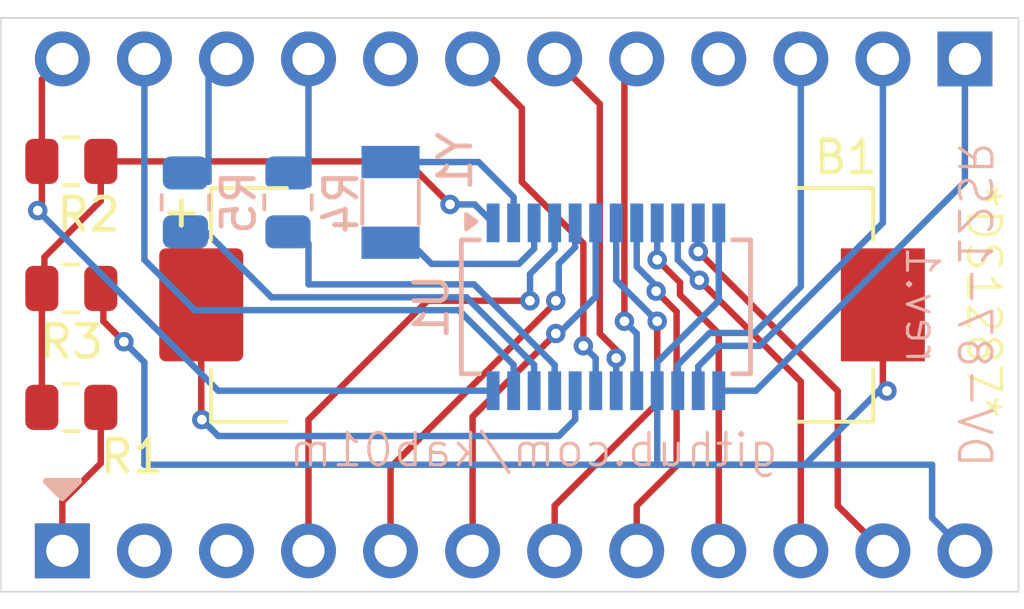
<source format=kicad_pcb>
(kicad_pcb (version 20240108) (generator "pcbnew") (generator_version "8.0")
  (layers (0 "F.Cu" signal) (31 "B.Cu" signal) (34 "B.Paste" user) (35 "F.Paste" user) (36 "B.SilkS" user "B.Silkscreen") (37 "F.SilkS" user "F.Silkscreen") (38 "B.Mask" user) (39 "F.Mask" user) (44 "Edge.Cuts" user))
  (net 0 "")
  (net 1 "Net-(J1-Pin_11)")
  (net 3 "Net-(J1-Pin_8)")
  (net 4 "Net-(B1--)")
  (net 5 "Net-(J1-Pin_7)")
  (net 7 "Net-(J1-Pin_4)")
  (net 8 "Net-(J1-Pin_6)")
  (net 9 "Net-(J1-Pin_10)")
  (net 10 "Net-(J1-Pin_9)")
  (net 11 "Net-(J1-Pin_1)")
  (net 12 "Net-(J1-Pin_5)")
  (net 13 "Net-(J2-Pin_9)")
  (net 14 "Net-(J2-Pin_5)")
  (net 15 "Net-(J2-Pin_6)")
  (net 18 "Net-(J2-Pin_1)")
  (net 19 "Net-(J2-Pin_3)")
  (net 20 "Net-(J2-Pin_11)")
  (net 21 "Net-(J2-Pin_2)")
  (net 22 "Net-(J2-Pin_10)")
  (net 23 "Net-(J2-Pin_7)")
  (net 24 "Net-(J2-Pin_12)")
  (net 25 "Net-(U1-MOT)")
  (net 26 "Net-(U1-~{RCLR})")
  (net 27 "Net-(U1-NC)")
  (net 28 "Net-(U1-X2)")
  (net 29 "Net-(B1-+)")
  (net 30 "Net-(U1-X1)")
  (footprint "DV-87-12SR:BatteryHolder_Renata_SMTU1225-LF_1x1225" (layer "F.Cu") (at 167.25 83.82)
    (property "Reference" "B1" (at 9.407 -4.572 0) (layer "F.SilkS"))
    (property "Value" "Battery_Cell" (hide yes))
    (fp_line (start -10.25 -3.62) (end -7.9 -3.62) (stroke (width 0.12)) (layer "F.SilkS"))
    (fp_line (start -10.25 -2.01) (end -10.25 -3.62) (stroke (width 0.12)) (layer "F.SilkS"))
    (fp_line (start -10.25 3.62) (end -10.25 2.01) (stroke (width 0.12)) (layer "F.SilkS"))
    (fp_line (start -7.9 3.62) (end -10.25 3.62) (stroke (width 0.12)) (layer "F.SilkS"))
    (fp_line (start 7.9 -3.62) (end 10.25 -3.62) (stroke (width 0.12)) (layer "F.SilkS"))
    (fp_line (start 10.25 -3.62) (end 10.25 -2.01) (stroke (width 0.12)) (layer "F.SilkS"))
    (fp_line (start 10.25 2.01) (end 10.25 3.62) (stroke (width 0.12)) (layer "F.SilkS"))
    (fp_line (start 10.25 3.62) (end 7.9 3.62) (stroke (width 0.12)) (layer "F.SilkS"))
    (fp_text user "+" (at -11.167 -2.921 0) (layer "F.SilkS"))
    (pad "1" smd roundrect (at -10.55 0) (size 2.6 3.5) (layers "F.Cu" "F.Paste" "F.Mask") (roundrect_rratio 0.07692307692) (net 29 "Net-(B1-+)"))
    (pad "2" smd rect (at 10.55 0) (size 2.6 3.5) (layers "F.Cu" "F.Paste" "F.Mask") (net 4 "Net-(B1--)"))
  )
  (footprint "Resistor_SMD:R_0805_2012Metric" (layer "F.Cu") (at 152.6775 83.312 180)
    (property "Reference" "R3" (at 0 -1.65 180) (layer "F.SilkS"))
    (property "Value" "10K" (hide yes))
    (fp_line (start -0.227064 0.735) (end 0.227064 0.735) (stroke (width 0.12)) (layer "F.SilkS"))
    (fp_line (start -0.227064 -0.735) (end 0.227064 -0.735) (stroke (width 0.12)) (layer "F.SilkS"))
    (pad "1" smd roundrect (at -0.9125 0 180) (size 1.025 1.4) (layers "F.Cu" "F.Paste" "F.Mask") (roundrect_rratio 0.243902) (net 4 "Net-(B1--)"))
    (pad "2" smd roundrect (at 0.9125 0 180) (size 1.025 1.4) (layers "F.Cu" "F.Paste" "F.Mask") (roundrect_rratio 0.243902) (net 25 "Net-(U1-MOT)"))
  )
  (footprint "DV-87-12SR:PinHeader_1x12_P2.54mm_Vertical" (layer "F.Cu") (at 152.4 91.44 90)
    (property "Reference" "J1" (hide yes))
    (property "Value" "Conn_01x12_Pin" (hide yes))
    (pad "1" thru_hole rect (at 0 0 90) (size 1.7 1.7) (drill 1) (layers "*.Cu" "*.Mask") (net 11 "Net-(J1-Pin_1)"))
    (pad "2" thru_hole oval (at 0 2.54 90) (size 1.7 1.7) (drill 1) (layers "*.Cu" "*.Mask"))
    (pad "3" thru_hole oval (at 0 5.08 90) (size 1.7 1.7) (drill 1) (layers "*.Cu" "*.Mask"))
    (pad "4" thru_hole oval (at 0 7.62 90) (size 1.7 1.7) (drill 1) (layers "*.Cu" "*.Mask") (net 7 "Net-(J1-Pin_4)"))
    (pad "5" thru_hole oval (at 0 10.16 90) (size 1.7 1.7) (drill 1) (layers "*.Cu" "*.Mask") (net 12 "Net-(J1-Pin_5)"))
    (pad "6" thru_hole oval (at 0 12.7 90) (size 1.7 1.7) (drill 1) (layers "*.Cu" "*.Mask") (net 8 "Net-(J1-Pin_6)"))
    (pad "7" thru_hole oval (at 0 15.24 90) (size 1.7 1.7) (drill 1) (layers "*.Cu" "*.Mask") (net 5 "Net-(J1-Pin_7)"))
    (pad "8" thru_hole oval (at 0 17.78 90) (size 1.7 1.7) (drill 1) (layers "*.Cu" "*.Mask") (net 3 "Net-(J1-Pin_8)"))
    (pad "9" thru_hole oval (at 0 20.32 90) (size 1.7 1.7) (drill 1) (layers "*.Cu" "*.Mask") (net 10 "Net-(J1-Pin_9)"))
    (pad "10" thru_hole oval (at 0 22.86 90) (size 1.7 1.7) (drill 1) (layers "*.Cu" "*.Mask") (net 9 "Net-(J1-Pin_10)"))
    (pad "11" thru_hole oval (at 0 25.4 90) (size 1.7 1.7) (drill 1) (layers "*.Cu" "*.Mask") (net 1 "Net-(J1-Pin_11)"))
    (pad "12" thru_hole oval (at 0 27.94 90) (size 1.7 1.7) (drill 1) (layers "*.Cu" "*.Mask") (net 4 "Net-(B1--)"))
  )
  (footprint "Resistor_SMD:R_0805_2012Metric" (layer "F.Cu") (at 152.6775 79.375 180)
    (property "Reference" "R2" (at -0.5315 -1.65 180) (layer "F.SilkS"))
    (property "Value" "10K" (hide yes))
    (fp_line (start -0.227064 0.735) (end 0.227064 0.735) (stroke (width 0.12)) (layer "F.SilkS"))
    (fp_line (start -0.227064 -0.735) (end 0.227064 -0.735) (stroke (width 0.12)) (layer "F.SilkS"))
    (pad "1" smd roundrect (at -0.9125 0 180) (size 1.025 1.4) (layers "F.Cu" "F.Paste" "F.Mask") (roundrect_rratio 0.243902) (net 25 "Net-(U1-MOT)"))
    (pad "2" smd roundrect (at 0.9125 0 180) (size 1.025 1.4) (layers "F.Cu" "F.Paste" "F.Mask") (roundrect_rratio 0.243902) (net 24 "Net-(J2-Pin_12)"))
  )
  (footprint "DV-87-12SR:PinHeader_1x12_P2.54mm_Vertical" (layer "F.Cu") (at 180.34 76.2 -90)
    (property "Reference" "J2" (hide yes))
    (property "Value" "Conn_01x12_Pin" (hide yes))
    (pad "1" thru_hole rect (at 0 0 270) (size 1.7 1.7) (drill 1) (layers "*.Cu" "*.Mask") (net 18 "Net-(J2-Pin_1)"))
    (pad "2" thru_hole oval (at 0 2.54 270) (size 1.7 1.7) (drill 1) (layers "*.Cu" "*.Mask") (net 21 "Net-(J2-Pin_2)"))
    (pad "3" thru_hole oval (at 0 5.08 270) (size 1.7 1.7) (drill 1) (layers "*.Cu" "*.Mask") (net 19 "Net-(J2-Pin_3)"))
    (pad "4" thru_hole oval (at 0 7.62 270) (size 1.7 1.7) (drill 1) (layers "*.Cu" "*.Mask"))
    (pad "5" thru_hole oval (at 0 10.16 270) (size 1.7 1.7) (drill 1) (layers "*.Cu" "*.Mask") (net 14 "Net-(J2-Pin_5)"))
    (pad "6" thru_hole oval (at 0 12.7 270) (size 1.7 1.7) (drill 1) (layers "*.Cu" "*.Mask") (net 15 "Net-(J2-Pin_6)"))
    (pad "7" thru_hole oval (at 0 15.24 270) (size 1.7 1.7) (drill 1) (layers "*.Cu" "*.Mask") (net 23 "Net-(J2-Pin_7)"))
    (pad "8" thru_hole oval (at 0 17.78 270) (size 1.7 1.7) (drill 1) (layers "*.Cu" "*.Mask"))
    (pad "9" thru_hole oval (at 0 20.32 270) (size 1.7 1.7) (drill 1) (layers "*.Cu" "*.Mask") (net 13 "Net-(J2-Pin_9)"))
    (pad "10" thru_hole oval (at 0 22.86 270) (size 1.7 1.7) (drill 1) (layers "*.Cu" "*.Mask") (net 22 "Net-(J2-Pin_10)"))
    (pad "11" thru_hole oval (at 0 25.4 270) (size 1.7 1.7) (drill 1) (layers "*.Cu" "*.Mask") (net 20 "Net-(J2-Pin_11)"))
    (pad "12" thru_hole oval (at 0 27.94 270) (size 1.7 1.7) (drill 1) (layers "*.Cu" "*.Mask") (net 24 "Net-(J2-Pin_12)"))
  )
  (footprint "Resistor_SMD:R_0805_2012Metric" (layer "F.Cu") (at 152.6775 86.995 180)
    (property "Reference" "R1" (at -1.8815 -1.524 180) (layer "F.SilkS"))
    (property "Value" "0R" (hide yes))
    (fp_line (start -0.227064 0.735) (end 0.227064 0.735) (stroke (width 0.12)) (layer "F.SilkS"))
    (fp_line (start -0.227064 -0.735) (end 0.227064 -0.735) (stroke (width 0.12)) (layer "F.SilkS"))
    (pad "1" smd roundrect (at -0.9125 0 180) (size 1.025 1.4) (layers "F.Cu" "F.Paste" "F.Mask") (roundrect_rratio 0.243902) (net 11 "Net-(J1-Pin_1)"))
    (pad "2" smd roundrect (at 0.9125 0 180) (size 1.025 1.4) (layers "F.Cu" "F.Paste" "F.Mask") (roundrect_rratio 0.243902) (net 25 "Net-(U1-MOT)"))
  )
  (footprint "Resistor_SMD:R_0805_2012Metric" (layer "B.Cu") (at 159.385 80.645 90)
    (property "Reference" "R4" (at 0 1.65 -90) (layer "B.SilkS") (effects (justify mirror)))
    (property "Value" "0R" (hide yes))
    (fp_line (start 0.227064 -0.735) (end -0.227064 -0.735) (stroke (width 0.12)) (layer "B.SilkS"))
    (fp_line (start 0.227064 0.735) (end -0.227064 0.735) (stroke (width 0.12)) (layer "B.SilkS"))
    (pad "1" smd roundrect (at -0.9125 0 90) (size 1.025 1.4) (layers "B.Cu" "B.Paste" "B.Mask") (roundrect_rratio 0.243902) (net 26 "Net-(U1-~{RCLR})"))
    (pad "2" smd roundrect (at 0.9125 0 90) (size 1.025 1.4) (layers "B.Cu" "B.Paste" "B.Mask") (roundrect_rratio 0.243902) (net 13 "Net-(J2-Pin_9)"))
  )
  (footprint "Resistor_SMD:R_0805_2012Metric" (layer "B.Cu") (at 156.21 80.645 90)
    (property "Reference" "R5" (at 0 1.65 -90) (layer "B.SilkS") (effects (justify mirror)))
    (property "Value" "0R" (hide yes))
    (fp_line (start 0.227064 -0.735) (end -0.227064 -0.735) (stroke (width 0.12)) (layer "B.SilkS"))
    (fp_line (start 0.227064 0.735) (end -0.227064 0.735) (stroke (width 0.12)) (layer "B.SilkS"))
    (pad "1" smd roundrect (at -0.9125 0 90) (size 1.025 1.4) (layers "B.Cu" "B.Paste" "B.Mask") (roundrect_rratio 0.243902) (net 27 "Net-(U1-NC)"))
    (pad "2" smd roundrect (at 0.9125 0 90) (size 1.025 1.4) (layers "B.Cu" "B.Paste" "B.Mask") (roundrect_rratio 0.243902) (net 22 "Net-(J2-Pin_10)"))
  )
  (footprint "Package_SO:SSOP-24_3.9x8.7mm_P0.635mm" (layer "B.Cu") (at 169.2275 83.88 -90)
    (property "Reference" "U1" (at 0 5.4 -90) (layer "B.SilkS") (effects (justify mirror)))
    (property "Value" "bq3285LF")
    (fp_line (start 2.075 4.475) (end -2.075 4.475) (stroke (width 0.15)) (layer "B.SilkS"))
    (fp_line (start -2.075 3.9175) (end -2.075 4.475) (stroke (width 0.15)) (layer "B.SilkS"))
    (fp_line (start 2.075 3.9175) (end 2.075 4.475) (stroke (width 0.15)) (layer "B.SilkS"))
    (fp_line (start -2.075 -3.9175) (end -2.075 -4.475) (stroke (width 0.15)) (layer "B.SilkS"))
    (fp_line (start 2.075 -3.9175) (end 2.075 -4.475) (stroke (width 0.15)) (layer "B.SilkS"))
    (fp_line (start 2.075 -4.475) (end -2.075 -4.475) (stroke (width 0.15)) (layer "B.SilkS"))
    (fp_poly (pts (xy -2.6375 4) (xy -2.8775 4.33) (xy -2.3975 4.33) (xy -2.6375 4)) (stroke (width 0.12)) (fill solid) (layer "B.SilkS"))
    (pad "1" smd rect (at -2.6 3.4925 270) (size 1.2 0.4) (layers "B.Cu" "B.Paste" "B.Mask") (net 25 "Net-(U1-MOT)"))
    (pad "2" smd rect (at -2.6 2.8575 270) (size 1.2 0.4) (layers "B.Cu" "B.Paste" "B.Mask") (net 30 "Net-(U1-X1)"))
    (pad "3" smd rect (at -2.6 2.2225 270) (size 1.2 0.4) (layers "B.Cu" "B.Paste" "B.Mask") (net 28 "Net-(U1-X2)"))
    (pad "4" smd rect (at -2.6 1.5875 270) (size 1.2 0.4) (layers "B.Cu" "B.Paste" "B.Mask") (net 7 "Net-(J1-Pin_4)"))
    (pad "5" smd rect (at -2.6 0.9525 270) (size 1.2 0.4) (layers "B.Cu" "B.Paste" "B.Mask") (net 12 "Net-(J1-Pin_5)"))
    (pad "6" smd rect (at -2.6 0.3175 270) (size 1.2 0.4) (layers "B.Cu" "B.Paste" "B.Mask") (net 8 "Net-(J1-Pin_6)"))
    (pad "7" smd rect (at -2.6 -0.3175 270) (size 1.2 0.4) (layers "B.Cu" "B.Paste" "B.Mask") (net 5 "Net-(J1-Pin_7)"))
    (pad "8" smd rect (at -2.6 -0.9525 270) (size 1.2 0.4) (layers "B.Cu" "B.Paste" "B.Mask") (net 3 "Net-(J1-Pin_8)"))
    (pad "9" smd rect (at -2.6 -1.5875 270) (size 1.2 0.4) (layers "B.Cu" "B.Paste" "B.Mask") (net 10 "Net-(J1-Pin_9)"))
    (pad "10" smd rect (at -2.6 -2.2225 270) (size 1.2 0.4) (layers "B.Cu" "B.Paste" "B.Mask") (net 9 "Net-(J1-Pin_10)"))
    (pad "11" smd rect (at -2.6 -2.8575 270) (size 1.2 0.4) (layers "B.Cu" "B.Paste" "B.Mask") (net 1 "Net-(J1-Pin_11)"))
    (pad "12" smd rect (at -2.6 -3.4925 270) (size 1.2 0.4) (layers "B.Cu" "B.Paste" "B.Mask") (net 4 "Net-(B1--)"))
    (pad "13" smd rect (at 2.6 -3.4925 270) (size 1.2 0.4) (layers "B.Cu" "B.Paste" "B.Mask") (net 18 "Net-(J2-Pin_1)"))
    (pad "14" smd rect (at 2.6 -2.8575 270) (size 1.2 0.4) (layers "B.Cu" "B.Paste" "B.Mask") (net 21 "Net-(J2-Pin_2)"))
    (pad "15" smd rect (at 2.6 -2.2225 270) (size 1.2 0.4) (layers "B.Cu" "B.Paste" "B.Mask") (net 19 "Net-(J2-Pin_3)"))
    (pad "16" smd rect (at 2.6 -1.5875 270) (size 1.2 0.4) (layers "B.Cu" "B.Paste" "B.Mask") (net 4 "Net-(B1--)"))
    (pad "17" smd rect (at 2.6 -0.9525 270) (size 1.2 0.4) (layers "B.Cu" "B.Paste" "B.Mask") (net 14 "Net-(J2-Pin_5)"))
    (pad "18" smd rect (at 2.6 -0.3175 270) (size 1.2 0.4) (layers "B.Cu" "B.Paste" "B.Mask") (net 15 "Net-(J2-Pin_6)"))
    (pad "19" smd rect (at 2.6 0.3175 270) (size 1.2 0.4) (layers "B.Cu" "B.Paste" "B.Mask") (net 23 "Net-(J2-Pin_7)"))
    (pad "20" smd rect (at 2.6 0.9525 270) (size 1.2 0.4) (layers "B.Cu" "B.Paste" "B.Mask") (net 29 "Net-(B1-+)"))
    (pad "21" smd rect (at 2.6 1.5875 270) (size 1.2 0.4) (layers "B.Cu" "B.Paste" "B.Mask") (net 26 "Net-(U1-~{RCLR})"))
    (pad "22" smd rect (at 2.6 2.2225 270) (size 1.2 0.4) (layers "B.Cu" "B.Paste" "B.Mask") (net 27 "Net-(U1-NC)"))
    (pad "23" smd rect (at 2.6 2.8575 270) (size 1.2 0.4) (layers "B.Cu" "B.Paste" "B.Mask") (net 20 "Net-(J2-Pin_11)"))
    (pad "24" smd rect (at 2.6 3.4925 270) (size 1.2 0.4) (layers "B.Cu" "B.Paste" "B.Mask") (net 24 "Net-(J2-Pin_12)"))
  )
  (footprint "Crystal:Crystal_SMD_3215-2Pin_3.2x1.5mm" (layer "B.Cu") (at 162.56 80.645 90)
    (property "Reference" "Y1" (at 1.27 2 90) (layer "B.SilkS") (effects (justify mirror)))
    (property "Value" "32,768 kHz" (hide yes))
    (fp_line (start 0.675 -0.875) (end -0.675 -0.875) (stroke (width 0.12)) (layer "B.SilkS"))
    (fp_line (start 0.675 0.875) (end -0.675 0.875) (stroke (width 0.12)) (layer "B.SilkS"))
    (pad "1" smd rect (at 1.25 0 90) (size 1 1.8) (layers "B.Cu" "B.Paste" "B.Mask") (net 30 "Net-(U1-X1)"))
    (pad "2" smd rect (at -1.25 0 90) (size 1 1.8) (layers "B.Cu" "B.Paste" "B.Mask") (net 28 "Net-(U1-X2)"))
  )
  (gr_poly (pts (xy 151.892 89.281) (xy 152.908 89.281) (xy 152.4 89.789)) (stroke (width 0.2)) (fill solid) (layer "B.SilkS"))
  (gr_poly (pts (xy 151.892 89.281) (xy 152.908 89.281) (xy 152.4 89.789)) (stroke (width 0.2)) (fill solid) (layer "F.SilkS"))
  (gr_rect (start 150.495 74.93) (end 182 92.71) (stroke (width 0.05)) (fill none) (layer "Edge.Cuts"))
  (gr_text "DV-87-12SR\nrev.1" (at 178.435 83.82 -90) (layer "B.SilkS") (effects (font (size 1 1) (thickness 0.1)) (justify bottom mirror)))
  (gr_text "github.com/kab01m" (at 174.625 88.9 0) (layer "B.SilkS") (effects (font (size 1 1) (thickness 0.1)) (justify left bottom mirror)))
  (gr_text "*DS1287*" (at 180.34 80.01 -90) (layer "F.SilkS") (effects (font (size 1 1) (thickness 0.1)) (justify left bottom)))
  (segment (start 172.085 82.169) (end 176.403 86.487) (width 0.2) (layer "F.Cu") (net 1))
  (segment (start 176.403 90.043) (end 177.8 91.44) (width 0.2) (layer "F.Cu") (net 1))
  (segment (start 176.403 86.487) (end 176.403 90.043) (width 0.2) (layer "F.Cu") (net 1))
  (via (at 172.085 82.169) (size 0.6) (drill 0.3) (layers "F.Cu" "B.Cu") (net 1))
  (segment (start 172.085 81.28) (end 172.085 82.169) (width 0.2) (layer "B.Cu") (net 1))
  (segment (start 170.18 90.043) (end 170.18 91.44) (width 0.2) (layer "F.Cu") (net 3))
  (segment (start 171.415 88.808) (end 170.18 90.043) (width 0.2) (layer "F.Cu") (net 3))
  (segment (start 171.415 84.030735) (end 171.415 88.808) (width 0.2) (layer "F.Cu") (net 3))
  (segment (start 170.78 83.395735) (end 171.415 84.030735) (width 0.2) (layer "F.Cu") (net 3))
  (via (at 170.78 83.395735) (size 0.6) (drill 0.3) (layers "F.Cu" "B.Cu") (net 3))
  (segment (start 170.78 83.395735) (end 170.78 83.236529) (width 0.2) (layer "B.Cu") (net 3))
  (segment (start 170.78 83.236529) (end 170.18 82.636529) (width 0.2) (layer "B.Cu") (net 3))
  (segment (start 170.18 82.636529) (end 170.18 81.28) (width 0.2) (layer "B.Cu") (net 3))
  (segment (start 177.8 86.36) (end 177.8 83.82) (width 0.2) (layer "F.Cu") (net 4))
  (segment (start 153.67 84.328) (end 153.67 83.312) (width 0.2) (layer "F.Cu") (net 4))
  (segment (start 177.927 86.487) (end 177.8 86.36) (width 0.2) (layer "F.Cu") (net 4))
  (segment (start 154.305 84.963) (end 153.67 84.328) (width 0.2) (layer "F.Cu") (net 4))
  (via (at 177.927 86.487) (size 0.6) (drill 0.3) (layers "F.Cu" "B.Cu") (net 4))
  (via (at 154.305 84.963) (size 0.6) (drill 0.3) (layers "F.Cu" "B.Cu") (net 4))
  (segment (start 177.927 86.487) (end 177.673 86.487) (width 0.2) (layer "B.Cu") (net 4))
  (segment (start 179.324 88.773) (end 170.815 88.773) (width 0.2) (layer "B.Cu") (net 4))
  (segment (start 170.815 85.598) (end 172.72 83.693) (width 0.2) (layer "B.Cu") (net 4))
  (segment (start 170.815 86.48) (end 170.815 87.884) (width 0.2) (layer "B.Cu") (net 4))
  (segment (start 172.72 83.693) (end 172.72 81.28) (width 0.2) (layer "B.Cu") (net 4))
  (segment (start 179.324 90.424) (end 179.324 88.773) (width 0.2) (layer "B.Cu") (net 4))
  (segment (start 170.815 88.773) (end 170.815 87.884) (width 0.2) (layer "B.Cu") (net 4))
  (segment (start 175.387 88.773) (end 171.704 88.773) (width 0.2) (layer "B.Cu") (net 4))
  (segment (start 154.305 84.963) (end 154.94 85.598) (width 0.2) (layer "B.Cu") (net 4))
  (segment (start 154.94 85.598) (end 154.94 88.773) (width 0.2) (layer "B.Cu") (net 4))
  (segment (start 154.94 88.773) (end 170.815 88.773) (width 0.2) (layer "B.Cu") (net 4))
  (segment (start 180.34 91.44) (end 179.324 90.424) (width 0.2) (layer "B.Cu") (net 4))
  (segment (start 177.673 86.487) (end 175.387 88.773) (width 0.2) (layer "B.Cu") (net 4))
  (segment (start 170.815 86.48) (end 170.815 85.598) (width 0.2) (layer "B.Cu") (net 4))
  (segment (start 170.815 86.868) (end 167.64 90.043) (width 0.2) (layer "F.Cu") (net 5))
  (segment (start 170.815 84.328) (end 170.815 86.868) (width 0.2) (layer "F.Cu") (net 5))
  (segment (start 167.64 90.043) (end 167.64 91.44) (width 0.2) (layer "F.Cu") (net 5))
  (via (at 170.815 84.328) (size 0.6) (drill 0.3) (layers "F.Cu" "B.Cu") (net 5))
  (segment (start 169.545 81.28) (end 169.545 83.058) (width 0.2) (layer "B.Cu") (net 5))
  (segment (start 169.545 83.058) (end 170.815 84.328) (width 0.2) (layer "B.Cu") (net 5))
  (segment (start 163.703 83.693) (end 160.02 87.376) (width 0.2) (layer "F.Cu") (net 7))
  (segment (start 160.02 87.376) (end 160.02 91.44) (width 0.2) (layer "F.Cu") (net 7))
  (segment (start 166.874997 83.693) (end 163.703 83.693) (width 0.2) (layer "F.Cu") (net 7))
  (via (at 166.874997 83.693) (size 0.6) (drill 0.3) (layers "F.Cu" "B.Cu") (net 7))
  (segment (start 166.878 82.865314) (end 166.878 83.693) (width 0.2) (layer "B.Cu") (net 7))
  (segment (start 167.64 81.28) (end 167.64 82.103314) (width 0.2) (layer "B.Cu") (net 7))
  (segment (start 167.64 82.103314) (end 166.878 82.865314) (width 0.2) (layer "B.Cu") (net 7))
  (segment (start 166.878 83.693) (end 166.874997 83.693) (width 0.2) (layer "B.Cu") (net 7))
  (segment (start 165.1 87.284) (end 165.1 91.44) (width 0.2) (layer "F.Cu") (net 8))
  (segment (start 167.675 84.709) (end 165.1 87.284) (width 0.2) (layer "F.Cu") (net 8))
  (via (at 167.675 84.709) (size 0.6) (drill 0.3) (layers "F.Cu" "B.Cu") (net 8))
  (segment (start 168.91 81.28) (end 168.91 83.566) (width 0.2) (layer "B.Cu") (net 8))
  (segment (start 167.767 84.709) (end 167.675 84.709) (width 0.2) (layer "B.Cu") (net 8))
  (segment (start 168.91 83.566) (end 167.767 84.709) (width 0.2) (layer "B.Cu") (net 8))
  (segment (start 175.26 86.198) (end 175.26 91.44) (width 0.2) (layer "F.Cu") (net 9))
  (segment (start 172.12 83.058) (end 175.26 86.198) (width 0.2) (layer "F.Cu") (net 9))
  (via (at 172.12 83.058) (size 0.6) (drill 0.3) (layers "F.Cu" "B.Cu") (net 9))
  (segment (start 171.958 82.931) (end 171.45 82.423) (width 0.2) (layer "B.Cu") (net 9))
  (segment (start 171.993 82.931) (end 171.958 82.931) (width 0.2) (layer "B.Cu") (net 9))
  (segment (start 172.12 83.058) (end 171.993 82.931) (width 0.2) (layer "B.Cu") (net 9))
  (segment (start 171.45 82.423) (end 171.45 81.28) (width 0.2) (layer "B.Cu") (net 9))
  (segment (start 171.52 83.509) (end 172.72 84.709) (width 0.2) (layer "F.Cu") (net 10))
  (segment (start 170.815 82.423) (end 171.52 83.128) (width 0.2) (layer "F.Cu") (net 10))
  (segment (start 172.72 84.709) (end 172.72 91.44) (width 0.2) (layer "F.Cu") (net 10))
  (segment (start 171.52 83.128) (end 171.52 83.509) (width 0.2) (layer "F.Cu") (net 10))
  (via (at 170.815 82.423) (size 0.6) (drill 0.3) (layers "F.Cu" "B.Cu") (net 10))
  (segment (start 170.815 81.28) (end 170.815 82.423) (width 0.2) (layer "B.Cu") (net 10))
  (segment (start 153.59 86.995) (end 153.59 88.726) (width 0.2) (layer "F.Cu") (net 11))
  (segment (start 153.59 88.726) (end 152.4 89.916) (width 0.2) (layer "F.Cu") (net 11))
  (segment (start 152.4 89.916) (end 152.4 91.44) (width 0.2) (layer "F.Cu") (net 11))
  (segment (start 167.675 83.741526) (end 162.56 88.856526) (width 0.2) (layer "F.Cu") (net 12))
  (segment (start 162.56 88.856526) (end 162.56 91.44) (width 0.2) (layer "F.Cu") (net 12))
  (segment (start 167.675 83.693) (end 167.675 83.741526) (width 0.2) (layer "F.Cu") (net 12))
  (via (at 167.675 83.693) (size 0.6) (drill 0.3) (layers "F.Cu" "B.Cu") (net 12))
  (segment (start 167.767 83.693) (end 167.675 83.693) (width 0.2) (layer "B.Cu") (net 12))
  (segment (start 167.767 82.542) (end 167.767 83.693) (width 0.2) (layer "B.Cu") (net 12))
  (segment (start 168.275 82.034) (end 167.767 82.542) (width 0.2) (layer "B.Cu") (net 12))
  (segment (start 168.275 81.28) (end 168.275 82.034) (width 0.2) (layer "B.Cu") (net 12))
  (segment (start 160.02 80.09) (end 160.02 76.2) (width 0.2) (layer "B.Cu") (net 13))
  (segment (start 169.799 84.328) (end 169.799 76.581) (width 0.2) (layer "F.Cu") (net 14))
  (segment (start 169.799 76.581) (end 170.18 76.2) (width 0.2) (layer "F.Cu") (net 14))
  (via (at 169.799 84.328) (size 0.6) (drill 0.3) (layers "F.Cu" "B.Cu") (net 14))
  (segment (start 170.18 84.709) (end 169.799 84.328) (width 0.2) (layer "B.Cu") (net 14))
  (segment (start 170.18 86.48) (end 170.18 84.709) (width 0.2) (layer "B.Cu") (net 14))
  (segment (start 169.037 84.709) (end 169.037 77.597) (width 0.2) (layer "F.Cu") (net 15))
  (segment (start 169.037 77.597) (end 167.64 76.2) (width 0.2) (layer "F.Cu") (net 15))
  (segment (start 169.544566 85.471) (end 169.544566 85.216566) (width 0.2) (layer "F.Cu") (net 15))
  (segment (start 169.544566 85.216566) (end 169.037 84.709) (width 0.2) (layer "F.Cu") (net 15))
  (via (at 169.544566 85.471) (size 0.6) (drill 0.3) (layers "F.Cu" "B.Cu") (net 15))
  (segment (start 169.545 85.471434) (end 169.545 86.48) (width 0.2) (layer "B.Cu") (net 15))
  (segment (start 169.544566 85.471) (end 169.545 85.471434) (width 0.2) (layer "B.Cu") (net 15))
  (segment (start 172.72 86.48) (end 173.87 86.48) (width 0.2) (layer "B.Cu") (net 18))
  (segment (start 180.34 80.01) (end 180.34 76.2) (width 0.2) (layer "B.Cu") (net 18))
  (segment (start 173.87 86.48) (end 180.34 80.01) (width 0.2) (layer "B.Cu") (net 18))
  (segment (start 173.824314 84.69) (end 175.26 83.254314) (width 0.2) (layer "B.Cu") (net 19))
  (segment (start 171.45 85.68) (end 172.44 84.69) (width 0.2) (layer "B.Cu") (net 19))
  (segment (start 172.44 84.69) (end 173.824314 84.69) (width 0.2) (layer "B.Cu") (net 19))
  (segment (start 171.45 86.48) (end 171.45 85.68) (width 0.2) (layer "B.Cu") (net 19))
  (segment (start 175.26 83.254314) (end 175.26 76.2) (width 0.2) (layer "B.Cu") (net 19))
  (segment (start 166.37 85.68) (end 164.675 83.985) (width 0.2) (layer "B.Cu") (net 20))
  (segment (start 164.675 83.985) (end 156.502 83.985) (width 0.2) (layer "B.Cu") (net 20))
  (segment (start 166.37 86.48) (end 166.37 85.68) (width 0.2) (layer "B.Cu") (net 20))
  (segment (start 154.94 82.423) (end 154.94 76.2) (width 0.2) (layer "B.Cu") (net 20))
  (segment (start 156.502 83.985) (end 154.94 82.423) (width 0.2) (layer "B.Cu") (net 20))
  (segment (start 173.99 85.09) (end 177.8 81.28) (width 0.2) (layer "B.Cu") (net 21))
  (segment (start 172.085 85.725) (end 172.72 85.09) (width 0.2) (layer "B.Cu") (net 21))
  (segment (start 172.085 86.48) (end 172.085 85.725) (width 0.2) (layer "B.Cu") (net 21))
  (segment (start 172.72 85.09) (end 173.99 85.09) (width 0.2) (layer "B.Cu") (net 21))
  (segment (start 177.8 81.28) (end 177.8 76.2) (width 0.2) (layer "B.Cu") (net 21))
  (segment (start 156.925 76.755) (end 157.48 76.2) (width 0.2) (layer "B.Cu") (net 22))
  (segment (start 156.925 80.01) (end 156.925 76.755) (width 0.2) (layer "B.Cu") (net 22))
  (segment (start 168.529 85.09) (end 168.529 81.915) (width 0.2) (layer "F.Cu") (net 23))
  (segment (start 168.529 81.915) (end 166.624 80.01) (width 0.2) (layer "F.Cu") (net 23))
  (segment (start 166.624 77.724) (end 165.1 76.2) (width 0.2) (layer "F.Cu") (net 23))
  (segment (start 166.624 80.01) (end 166.624 77.724) (width 0.2) (layer "F.Cu") (net 23))
  (via (at 168.529 85.09) (size 0.6) (drill 0.3) (layers "F.Cu" "B.Cu") (net 23))
  (segment (start 168.91 86.48) (end 168.91 85.471) (width 0.2) (layer "B.Cu") (net 23))
  (segment (start 168.91 85.471) (end 168.529 85.09) (width 0.2) (layer "B.Cu") (net 23))
  (segment (start 151.765 79.375) (end 151.765 76.835) (width 0.2) (layer "F.Cu") (net 24))
  (segment (start 151.765 80.772) (end 151.638 80.899) (width 0.2) (layer "F.Cu") (net 24))
  (segment (start 151.765 76.835) (end 152.4 76.2) (width 0.2) (layer "F.Cu") (net 24))
  (segment (start 151.765 79.375) (end 151.765 80.772) (width 0.2) (layer "F.Cu") (net 24))
  (via (at 151.638 80.899) (size 0.6) (drill 0.3) (layers "F.Cu" "B.Cu") (net 24))
  (segment (start 157.219 86.48) (end 151.638 80.899) (width 0.2) (layer "B.Cu") (net 24))
  (segment (start 165.735 86.48) (end 157.219 86.48) (width 0.2) (layer "B.Cu") (net 24))
  (segment (start 164.4015 80.7085) (end 163.068 79.375) (width 0.2) (layer "F.Cu") (net 25))
  (segment (start 163.068 79.375) (end 153.59 79.375) (width 0.2) (layer "F.Cu") (net 25))
  (segment (start 151.765 83.9) (end 151.765 86.995) (width 0.2) (layer "F.Cu") (net 25))
  (segment (start 151.845 82.343) (end 151.845 83.82) (width 0.2) (layer "F.Cu") (net 25))
  (segment (start 151.845 83.82) (end 151.765 83.9) (width 0.2) (layer "F.Cu") (net 25))
  (segment (start 153.59 80.598) (end 151.845 82.343) (width 0.2) (layer "F.Cu") (net 25))
  (segment (start 153.59 79.375) (end 153.59 80.598) (width 0.2) (layer "F.Cu") (net 25))
  (via (at 164.4015 80.7085) (size 0.6) (drill 0.3) (layers "F.Cu" "B.Cu") (net 25))
  (segment (start 165.1635 80.7085) (end 165.735 81.28) (width 0.2) (layer "B.Cu") (net 25))
  (segment (start 164.4015 80.7085) (end 165.1635 80.7085) (width 0.2) (layer "B.Cu") (net 25))
  (segment (start 167.64 85.68) (end 165.145 83.185) (width 0.2) (layer "B.Cu") (net 26))
  (segment (start 165.145 83.185) (end 160.02 83.185) (width 0.2) (layer "B.Cu") (net 26))
  (segment (start 167.64 86.48) (end 167.64 85.68) (width 0.2) (layer "B.Cu") (net 26))
  (segment (start 160.02 83.185) (end 160.02 81.915) (width 0.2) (layer "B.Cu") (net 26))
  (segment (start 164.91 83.585) (end 158.8725 83.585) (width 0.2) (layer "B.Cu") (net 27))
  (segment (start 167.005 86.48) (end 167.005 85.68) (width 0.2) (layer "B.Cu") (net 27))
  (segment (start 167.005 85.68) (end 164.91 83.585) (width 0.2) (layer "B.Cu") (net 27))
  (segment (start 158.8725 83.585) (end 156.845 81.5575) (width 0.2) (layer "B.Cu") (net 27))
  (segment (start 166.535 82.55) (end 167.005 82.08) (width 0.2) (layer "B.Cu") (net 28))
  (segment (start 167.005 82.08) (end 167.005 81.28) (width 0.2) (layer "B.Cu") (net 28))
  (segment (start 163.175 81.895) (end 163.83 82.55) (width 0.2) (layer "B.Cu") (net 28))
  (segment (start 162.56 81.895) (end 163.175 81.895) (width 0.2) (layer "B.Cu") (net 28))
  (segment (start 163.83 82.55) (end 166.535 82.55) (width 0.2) (layer "B.Cu") (net 28))
  (segment (start 156.718 87.376) (end 156.7 87.358) (width 0.2) (layer "F.Cu") (net 29))
  (segment (start 156.7 87.358) (end 156.7 83.82) (width 0.2) (layer "F.Cu") (net 29))
  (via (at 156.718 87.376) (size 0.6) (drill 0.3) (layers "F.Cu" "B.Cu") (net 29))
  (segment (start 168.275 87.376) (end 168.275 86.48) (width 0.2) (layer "B.Cu") (net 29))
  (segment (start 157.226 87.884) (end 167.767 87.884) (width 0.2) (layer "B.Cu") (net 29))
  (segment (start 156.718 87.376) (end 157.226 87.884) (width 0.2) (layer "B.Cu") (net 29))
  (segment (start 167.767 87.884) (end 168.275 87.376) (width 0.2) (layer "B.Cu") (net 29))
  (segment (start 162.56 79.395) (end 165.285 79.395) (width 0.2) (layer "B.Cu") (net 30))
  (segment (start 165.285 79.395) (end 166.37 80.48) (width 0.2) (layer "B.Cu") (net 30))
  (segment (start 166.37 80.48) (end 166.37 81.28) (width 0.2) (layer "B.Cu") (net 30))
)
</source>
